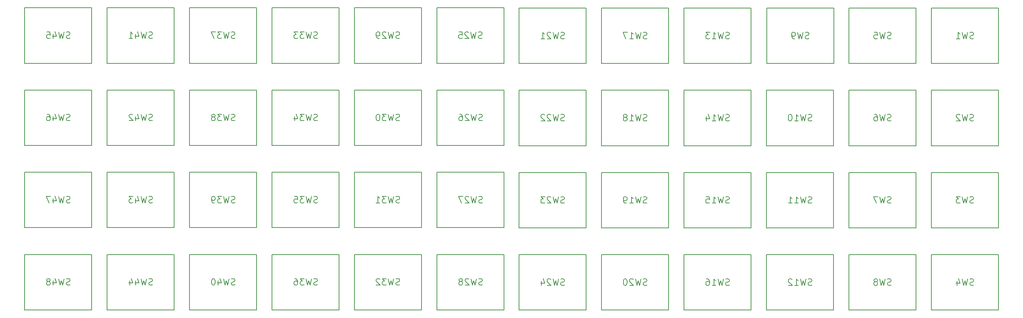
<source format=gbr>
%TF.GenerationSoftware,KiCad,Pcbnew,6.0.8+dfsg-1*%
%TF.CreationDate,2022-10-27T21:27:42-03:00*%
%TF.ProjectId,Calebe94,43616c65-6265-4393-942e-6b696361645f,rev?*%
%TF.SameCoordinates,Original*%
%TF.FileFunction,Legend,Bot*%
%TF.FilePolarity,Positive*%
%FSLAX46Y46*%
G04 Gerber Fmt 4.6, Leading zero omitted, Abs format (unit mm)*
G04 Created by KiCad (PCBNEW 6.0.8+dfsg-1) date 2022-10-27 21:27:42*
%MOMM*%
%LPD*%
G01*
G04 APERTURE LIST*
%ADD10C,0.200000*%
%ADD11C,0.150000*%
G04 APERTURE END LIST*
D10*
%TO.C,SW22*%
X166114285Y-84657142D02*
X165900000Y-84728571D01*
X165542857Y-84728571D01*
X165400000Y-84657142D01*
X165328571Y-84585714D01*
X165257142Y-84442857D01*
X165257142Y-84300000D01*
X165328571Y-84157142D01*
X165400000Y-84085714D01*
X165542857Y-84014285D01*
X165828571Y-83942857D01*
X165971428Y-83871428D01*
X166042857Y-83800000D01*
X166114285Y-83657142D01*
X166114285Y-83514285D01*
X166042857Y-83371428D01*
X165971428Y-83300000D01*
X165828571Y-83228571D01*
X165471428Y-83228571D01*
X165257142Y-83300000D01*
X164757142Y-83228571D02*
X164400000Y-84728571D01*
X164114285Y-83657142D01*
X163828571Y-84728571D01*
X163471428Y-83228571D01*
X162971428Y-83371428D02*
X162900000Y-83300000D01*
X162757142Y-83228571D01*
X162400000Y-83228571D01*
X162257142Y-83300000D01*
X162185714Y-83371428D01*
X162114285Y-83514285D01*
X162114285Y-83657142D01*
X162185714Y-83871428D01*
X163042857Y-84728571D01*
X162114285Y-84728571D01*
X161542857Y-83371428D02*
X161471428Y-83300000D01*
X161328571Y-83228571D01*
X160971428Y-83228571D01*
X160828571Y-83300000D01*
X160757142Y-83371428D01*
X160685714Y-83514285D01*
X160685714Y-83657142D01*
X160757142Y-83871428D01*
X161614285Y-84728571D01*
X160685714Y-84728571D01*
%TO.C,SW40*%
X90014285Y-122607142D02*
X89800000Y-122678571D01*
X89442857Y-122678571D01*
X89300000Y-122607142D01*
X89228571Y-122535714D01*
X89157142Y-122392857D01*
X89157142Y-122250000D01*
X89228571Y-122107142D01*
X89300000Y-122035714D01*
X89442857Y-121964285D01*
X89728571Y-121892857D01*
X89871428Y-121821428D01*
X89942857Y-121750000D01*
X90014285Y-121607142D01*
X90014285Y-121464285D01*
X89942857Y-121321428D01*
X89871428Y-121250000D01*
X89728571Y-121178571D01*
X89371428Y-121178571D01*
X89157142Y-121250000D01*
X88657142Y-121178571D02*
X88300000Y-122678571D01*
X88014285Y-121607142D01*
X87728571Y-122678571D01*
X87371428Y-121178571D01*
X86157142Y-121678571D02*
X86157142Y-122678571D01*
X86514285Y-121107142D02*
X86871428Y-122178571D01*
X85942857Y-122178571D01*
X85085714Y-121178571D02*
X84942857Y-121178571D01*
X84800000Y-121250000D01*
X84728571Y-121321428D01*
X84657142Y-121464285D01*
X84585714Y-121750000D01*
X84585714Y-122107142D01*
X84657142Y-122392857D01*
X84728571Y-122535714D01*
X84800000Y-122607142D01*
X84942857Y-122678571D01*
X85085714Y-122678571D01*
X85228571Y-122607142D01*
X85300000Y-122535714D01*
X85371428Y-122392857D01*
X85442857Y-122107142D01*
X85442857Y-121750000D01*
X85371428Y-121464285D01*
X85300000Y-121321428D01*
X85228571Y-121250000D01*
X85085714Y-121178571D01*
%TO.C,SW11*%
X223264285Y-103657142D02*
X223050000Y-103728571D01*
X222692857Y-103728571D01*
X222550000Y-103657142D01*
X222478571Y-103585714D01*
X222407142Y-103442857D01*
X222407142Y-103300000D01*
X222478571Y-103157142D01*
X222550000Y-103085714D01*
X222692857Y-103014285D01*
X222978571Y-102942857D01*
X223121428Y-102871428D01*
X223192857Y-102800000D01*
X223264285Y-102657142D01*
X223264285Y-102514285D01*
X223192857Y-102371428D01*
X223121428Y-102300000D01*
X222978571Y-102228571D01*
X222621428Y-102228571D01*
X222407142Y-102300000D01*
X221907142Y-102228571D02*
X221550000Y-103728571D01*
X221264285Y-102657142D01*
X220978571Y-103728571D01*
X220621428Y-102228571D01*
X219264285Y-103728571D02*
X220121428Y-103728571D01*
X219692857Y-103728571D02*
X219692857Y-102228571D01*
X219835714Y-102442857D01*
X219978571Y-102585714D01*
X220121428Y-102657142D01*
X217835714Y-103728571D02*
X218692857Y-103728571D01*
X218264285Y-103728571D02*
X218264285Y-102228571D01*
X218407142Y-102442857D01*
X218550000Y-102585714D01*
X218692857Y-102657142D01*
%TO.C,SW37*%
X90014285Y-65607142D02*
X89800000Y-65678571D01*
X89442857Y-65678571D01*
X89300000Y-65607142D01*
X89228571Y-65535714D01*
X89157142Y-65392857D01*
X89157142Y-65250000D01*
X89228571Y-65107142D01*
X89300000Y-65035714D01*
X89442857Y-64964285D01*
X89728571Y-64892857D01*
X89871428Y-64821428D01*
X89942857Y-64750000D01*
X90014285Y-64607142D01*
X90014285Y-64464285D01*
X89942857Y-64321428D01*
X89871428Y-64250000D01*
X89728571Y-64178571D01*
X89371428Y-64178571D01*
X89157142Y-64250000D01*
X88657142Y-64178571D02*
X88300000Y-65678571D01*
X88014285Y-64607142D01*
X87728571Y-65678571D01*
X87371428Y-64178571D01*
X86942857Y-64178571D02*
X86014285Y-64178571D01*
X86514285Y-64750000D01*
X86300000Y-64750000D01*
X86157142Y-64821428D01*
X86085714Y-64892857D01*
X86014285Y-65035714D01*
X86014285Y-65392857D01*
X86085714Y-65535714D01*
X86157142Y-65607142D01*
X86300000Y-65678571D01*
X86728571Y-65678571D01*
X86871428Y-65607142D01*
X86942857Y-65535714D01*
X85514285Y-64178571D02*
X84514285Y-64178571D01*
X85157142Y-65678571D01*
%TO.C,SW39*%
X90014285Y-103607142D02*
X89800000Y-103678571D01*
X89442857Y-103678571D01*
X89300000Y-103607142D01*
X89228571Y-103535714D01*
X89157142Y-103392857D01*
X89157142Y-103250000D01*
X89228571Y-103107142D01*
X89300000Y-103035714D01*
X89442857Y-102964285D01*
X89728571Y-102892857D01*
X89871428Y-102821428D01*
X89942857Y-102750000D01*
X90014285Y-102607142D01*
X90014285Y-102464285D01*
X89942857Y-102321428D01*
X89871428Y-102250000D01*
X89728571Y-102178571D01*
X89371428Y-102178571D01*
X89157142Y-102250000D01*
X88657142Y-102178571D02*
X88300000Y-103678571D01*
X88014285Y-102607142D01*
X87728571Y-103678571D01*
X87371428Y-102178571D01*
X86942857Y-102178571D02*
X86014285Y-102178571D01*
X86514285Y-102750000D01*
X86300000Y-102750000D01*
X86157142Y-102821428D01*
X86085714Y-102892857D01*
X86014285Y-103035714D01*
X86014285Y-103392857D01*
X86085714Y-103535714D01*
X86157142Y-103607142D01*
X86300000Y-103678571D01*
X86728571Y-103678571D01*
X86871428Y-103607142D01*
X86942857Y-103535714D01*
X85300000Y-103678571D02*
X85014285Y-103678571D01*
X84871428Y-103607142D01*
X84800000Y-103535714D01*
X84657142Y-103321428D01*
X84585714Y-103035714D01*
X84585714Y-102464285D01*
X84657142Y-102321428D01*
X84728571Y-102250000D01*
X84871428Y-102178571D01*
X85157142Y-102178571D01*
X85300000Y-102250000D01*
X85371428Y-102321428D01*
X85442857Y-102464285D01*
X85442857Y-102821428D01*
X85371428Y-102964285D01*
X85300000Y-103035714D01*
X85157142Y-103107142D01*
X84871428Y-103107142D01*
X84728571Y-103035714D01*
X84657142Y-102964285D01*
X84585714Y-102821428D01*
%TO.C,SW35*%
X109064285Y-103607142D02*
X108850000Y-103678571D01*
X108492857Y-103678571D01*
X108350000Y-103607142D01*
X108278571Y-103535714D01*
X108207142Y-103392857D01*
X108207142Y-103250000D01*
X108278571Y-103107142D01*
X108350000Y-103035714D01*
X108492857Y-102964285D01*
X108778571Y-102892857D01*
X108921428Y-102821428D01*
X108992857Y-102750000D01*
X109064285Y-102607142D01*
X109064285Y-102464285D01*
X108992857Y-102321428D01*
X108921428Y-102250000D01*
X108778571Y-102178571D01*
X108421428Y-102178571D01*
X108207142Y-102250000D01*
X107707142Y-102178571D02*
X107350000Y-103678571D01*
X107064285Y-102607142D01*
X106778571Y-103678571D01*
X106421428Y-102178571D01*
X105992857Y-102178571D02*
X105064285Y-102178571D01*
X105564285Y-102750000D01*
X105350000Y-102750000D01*
X105207142Y-102821428D01*
X105135714Y-102892857D01*
X105064285Y-103035714D01*
X105064285Y-103392857D01*
X105135714Y-103535714D01*
X105207142Y-103607142D01*
X105350000Y-103678571D01*
X105778571Y-103678571D01*
X105921428Y-103607142D01*
X105992857Y-103535714D01*
X103707142Y-102178571D02*
X104421428Y-102178571D01*
X104492857Y-102892857D01*
X104421428Y-102821428D01*
X104278571Y-102750000D01*
X103921428Y-102750000D01*
X103778571Y-102821428D01*
X103707142Y-102892857D01*
X103635714Y-103035714D01*
X103635714Y-103392857D01*
X103707142Y-103535714D01*
X103778571Y-103607142D01*
X103921428Y-103678571D01*
X104278571Y-103678571D01*
X104421428Y-103607142D01*
X104492857Y-103535714D01*
%TO.C,SW19*%
X185164285Y-103657142D02*
X184950000Y-103728571D01*
X184592857Y-103728571D01*
X184450000Y-103657142D01*
X184378571Y-103585714D01*
X184307142Y-103442857D01*
X184307142Y-103300000D01*
X184378571Y-103157142D01*
X184450000Y-103085714D01*
X184592857Y-103014285D01*
X184878571Y-102942857D01*
X185021428Y-102871428D01*
X185092857Y-102800000D01*
X185164285Y-102657142D01*
X185164285Y-102514285D01*
X185092857Y-102371428D01*
X185021428Y-102300000D01*
X184878571Y-102228571D01*
X184521428Y-102228571D01*
X184307142Y-102300000D01*
X183807142Y-102228571D02*
X183450000Y-103728571D01*
X183164285Y-102657142D01*
X182878571Y-103728571D01*
X182521428Y-102228571D01*
X181164285Y-103728571D02*
X182021428Y-103728571D01*
X181592857Y-103728571D02*
X181592857Y-102228571D01*
X181735714Y-102442857D01*
X181878571Y-102585714D01*
X182021428Y-102657142D01*
X180450000Y-103728571D02*
X180164285Y-103728571D01*
X180021428Y-103657142D01*
X179950000Y-103585714D01*
X179807142Y-103371428D01*
X179735714Y-103085714D01*
X179735714Y-102514285D01*
X179807142Y-102371428D01*
X179878571Y-102300000D01*
X180021428Y-102228571D01*
X180307142Y-102228571D01*
X180450000Y-102300000D01*
X180521428Y-102371428D01*
X180592857Y-102514285D01*
X180592857Y-102871428D01*
X180521428Y-103014285D01*
X180450000Y-103085714D01*
X180307142Y-103157142D01*
X180021428Y-103157142D01*
X179878571Y-103085714D01*
X179807142Y-103014285D01*
X179735714Y-102871428D01*
%TO.C,SW20*%
X185164285Y-122657142D02*
X184950000Y-122728571D01*
X184592857Y-122728571D01*
X184450000Y-122657142D01*
X184378571Y-122585714D01*
X184307142Y-122442857D01*
X184307142Y-122300000D01*
X184378571Y-122157142D01*
X184450000Y-122085714D01*
X184592857Y-122014285D01*
X184878571Y-121942857D01*
X185021428Y-121871428D01*
X185092857Y-121800000D01*
X185164285Y-121657142D01*
X185164285Y-121514285D01*
X185092857Y-121371428D01*
X185021428Y-121300000D01*
X184878571Y-121228571D01*
X184521428Y-121228571D01*
X184307142Y-121300000D01*
X183807142Y-121228571D02*
X183450000Y-122728571D01*
X183164285Y-121657142D01*
X182878571Y-122728571D01*
X182521428Y-121228571D01*
X182021428Y-121371428D02*
X181950000Y-121300000D01*
X181807142Y-121228571D01*
X181450000Y-121228571D01*
X181307142Y-121300000D01*
X181235714Y-121371428D01*
X181164285Y-121514285D01*
X181164285Y-121657142D01*
X181235714Y-121871428D01*
X182092857Y-122728571D01*
X181164285Y-122728571D01*
X180235714Y-121228571D02*
X180092857Y-121228571D01*
X179950000Y-121300000D01*
X179878571Y-121371428D01*
X179807142Y-121514285D01*
X179735714Y-121800000D01*
X179735714Y-122157142D01*
X179807142Y-122442857D01*
X179878571Y-122585714D01*
X179950000Y-122657142D01*
X180092857Y-122728571D01*
X180235714Y-122728571D01*
X180378571Y-122657142D01*
X180450000Y-122585714D01*
X180521428Y-122442857D01*
X180592857Y-122157142D01*
X180592857Y-121800000D01*
X180521428Y-121514285D01*
X180450000Y-121371428D01*
X180378571Y-121300000D01*
X180235714Y-121228571D01*
%TO.C,SW10*%
X223264285Y-84657142D02*
X223050000Y-84728571D01*
X222692857Y-84728571D01*
X222550000Y-84657142D01*
X222478571Y-84585714D01*
X222407142Y-84442857D01*
X222407142Y-84300000D01*
X222478571Y-84157142D01*
X222550000Y-84085714D01*
X222692857Y-84014285D01*
X222978571Y-83942857D01*
X223121428Y-83871428D01*
X223192857Y-83800000D01*
X223264285Y-83657142D01*
X223264285Y-83514285D01*
X223192857Y-83371428D01*
X223121428Y-83300000D01*
X222978571Y-83228571D01*
X222621428Y-83228571D01*
X222407142Y-83300000D01*
X221907142Y-83228571D02*
X221550000Y-84728571D01*
X221264285Y-83657142D01*
X220978571Y-84728571D01*
X220621428Y-83228571D01*
X219264285Y-84728571D02*
X220121428Y-84728571D01*
X219692857Y-84728571D02*
X219692857Y-83228571D01*
X219835714Y-83442857D01*
X219978571Y-83585714D01*
X220121428Y-83657142D01*
X218335714Y-83228571D02*
X218192857Y-83228571D01*
X218050000Y-83300000D01*
X217978571Y-83371428D01*
X217907142Y-83514285D01*
X217835714Y-83800000D01*
X217835714Y-84157142D01*
X217907142Y-84442857D01*
X217978571Y-84585714D01*
X218050000Y-84657142D01*
X218192857Y-84728571D01*
X218335714Y-84728571D01*
X218478571Y-84657142D01*
X218550000Y-84585714D01*
X218621428Y-84442857D01*
X218692857Y-84157142D01*
X218692857Y-83800000D01*
X218621428Y-83514285D01*
X218550000Y-83371428D01*
X218478571Y-83300000D01*
X218335714Y-83228571D01*
%TO.C,SW5*%
X241600000Y-65657142D02*
X241385714Y-65728571D01*
X241028571Y-65728571D01*
X240885714Y-65657142D01*
X240814285Y-65585714D01*
X240742857Y-65442857D01*
X240742857Y-65300000D01*
X240814285Y-65157142D01*
X240885714Y-65085714D01*
X241028571Y-65014285D01*
X241314285Y-64942857D01*
X241457142Y-64871428D01*
X241528571Y-64800000D01*
X241600000Y-64657142D01*
X241600000Y-64514285D01*
X241528571Y-64371428D01*
X241457142Y-64300000D01*
X241314285Y-64228571D01*
X240957142Y-64228571D01*
X240742857Y-64300000D01*
X240242857Y-64228571D02*
X239885714Y-65728571D01*
X239600000Y-64657142D01*
X239314285Y-65728571D01*
X238957142Y-64228571D01*
X237671428Y-64228571D02*
X238385714Y-64228571D01*
X238457142Y-64942857D01*
X238385714Y-64871428D01*
X238242857Y-64800000D01*
X237885714Y-64800000D01*
X237742857Y-64871428D01*
X237671428Y-64942857D01*
X237600000Y-65085714D01*
X237600000Y-65442857D01*
X237671428Y-65585714D01*
X237742857Y-65657142D01*
X237885714Y-65728571D01*
X238242857Y-65728571D01*
X238385714Y-65657142D01*
X238457142Y-65585714D01*
%TO.C,SW4*%
X260650000Y-122657142D02*
X260435714Y-122728571D01*
X260078571Y-122728571D01*
X259935714Y-122657142D01*
X259864285Y-122585714D01*
X259792857Y-122442857D01*
X259792857Y-122300000D01*
X259864285Y-122157142D01*
X259935714Y-122085714D01*
X260078571Y-122014285D01*
X260364285Y-121942857D01*
X260507142Y-121871428D01*
X260578571Y-121800000D01*
X260650000Y-121657142D01*
X260650000Y-121514285D01*
X260578571Y-121371428D01*
X260507142Y-121300000D01*
X260364285Y-121228571D01*
X260007142Y-121228571D01*
X259792857Y-121300000D01*
X259292857Y-121228571D02*
X258935714Y-122728571D01*
X258650000Y-121657142D01*
X258364285Y-122728571D01*
X258007142Y-121228571D01*
X256792857Y-121728571D02*
X256792857Y-122728571D01*
X257150000Y-121157142D02*
X257507142Y-122228571D01*
X256578571Y-122228571D01*
%TO.C,SW36*%
X109064285Y-122607142D02*
X108850000Y-122678571D01*
X108492857Y-122678571D01*
X108350000Y-122607142D01*
X108278571Y-122535714D01*
X108207142Y-122392857D01*
X108207142Y-122250000D01*
X108278571Y-122107142D01*
X108350000Y-122035714D01*
X108492857Y-121964285D01*
X108778571Y-121892857D01*
X108921428Y-121821428D01*
X108992857Y-121750000D01*
X109064285Y-121607142D01*
X109064285Y-121464285D01*
X108992857Y-121321428D01*
X108921428Y-121250000D01*
X108778571Y-121178571D01*
X108421428Y-121178571D01*
X108207142Y-121250000D01*
X107707142Y-121178571D02*
X107350000Y-122678571D01*
X107064285Y-121607142D01*
X106778571Y-122678571D01*
X106421428Y-121178571D01*
X105992857Y-121178571D02*
X105064285Y-121178571D01*
X105564285Y-121750000D01*
X105350000Y-121750000D01*
X105207142Y-121821428D01*
X105135714Y-121892857D01*
X105064285Y-122035714D01*
X105064285Y-122392857D01*
X105135714Y-122535714D01*
X105207142Y-122607142D01*
X105350000Y-122678571D01*
X105778571Y-122678571D01*
X105921428Y-122607142D01*
X105992857Y-122535714D01*
X103778571Y-121178571D02*
X104064285Y-121178571D01*
X104207142Y-121250000D01*
X104278571Y-121321428D01*
X104421428Y-121535714D01*
X104492857Y-121821428D01*
X104492857Y-122392857D01*
X104421428Y-122535714D01*
X104350000Y-122607142D01*
X104207142Y-122678571D01*
X103921428Y-122678571D01*
X103778571Y-122607142D01*
X103707142Y-122535714D01*
X103635714Y-122392857D01*
X103635714Y-122035714D01*
X103707142Y-121892857D01*
X103778571Y-121821428D01*
X103921428Y-121750000D01*
X104207142Y-121750000D01*
X104350000Y-121821428D01*
X104421428Y-121892857D01*
X104492857Y-122035714D01*
%TO.C,SW38*%
X90014285Y-84607142D02*
X89800000Y-84678571D01*
X89442857Y-84678571D01*
X89300000Y-84607142D01*
X89228571Y-84535714D01*
X89157142Y-84392857D01*
X89157142Y-84250000D01*
X89228571Y-84107142D01*
X89300000Y-84035714D01*
X89442857Y-83964285D01*
X89728571Y-83892857D01*
X89871428Y-83821428D01*
X89942857Y-83750000D01*
X90014285Y-83607142D01*
X90014285Y-83464285D01*
X89942857Y-83321428D01*
X89871428Y-83250000D01*
X89728571Y-83178571D01*
X89371428Y-83178571D01*
X89157142Y-83250000D01*
X88657142Y-83178571D02*
X88300000Y-84678571D01*
X88014285Y-83607142D01*
X87728571Y-84678571D01*
X87371428Y-83178571D01*
X86942857Y-83178571D02*
X86014285Y-83178571D01*
X86514285Y-83750000D01*
X86300000Y-83750000D01*
X86157142Y-83821428D01*
X86085714Y-83892857D01*
X86014285Y-84035714D01*
X86014285Y-84392857D01*
X86085714Y-84535714D01*
X86157142Y-84607142D01*
X86300000Y-84678571D01*
X86728571Y-84678571D01*
X86871428Y-84607142D01*
X86942857Y-84535714D01*
X85157142Y-83821428D02*
X85300000Y-83750000D01*
X85371428Y-83678571D01*
X85442857Y-83535714D01*
X85442857Y-83464285D01*
X85371428Y-83321428D01*
X85300000Y-83250000D01*
X85157142Y-83178571D01*
X84871428Y-83178571D01*
X84728571Y-83250000D01*
X84657142Y-83321428D01*
X84585714Y-83464285D01*
X84585714Y-83535714D01*
X84657142Y-83678571D01*
X84728571Y-83750000D01*
X84871428Y-83821428D01*
X85157142Y-83821428D01*
X85300000Y-83892857D01*
X85371428Y-83964285D01*
X85442857Y-84107142D01*
X85442857Y-84392857D01*
X85371428Y-84535714D01*
X85300000Y-84607142D01*
X85157142Y-84678571D01*
X84871428Y-84678571D01*
X84728571Y-84607142D01*
X84657142Y-84535714D01*
X84585714Y-84392857D01*
X84585714Y-84107142D01*
X84657142Y-83964285D01*
X84728571Y-83892857D01*
X84871428Y-83821428D01*
%TO.C,SW48*%
X51914285Y-122607142D02*
X51700000Y-122678571D01*
X51342857Y-122678571D01*
X51200000Y-122607142D01*
X51128571Y-122535714D01*
X51057142Y-122392857D01*
X51057142Y-122250000D01*
X51128571Y-122107142D01*
X51200000Y-122035714D01*
X51342857Y-121964285D01*
X51628571Y-121892857D01*
X51771428Y-121821428D01*
X51842857Y-121750000D01*
X51914285Y-121607142D01*
X51914285Y-121464285D01*
X51842857Y-121321428D01*
X51771428Y-121250000D01*
X51628571Y-121178571D01*
X51271428Y-121178571D01*
X51057142Y-121250000D01*
X50557142Y-121178571D02*
X50200000Y-122678571D01*
X49914285Y-121607142D01*
X49628571Y-122678571D01*
X49271428Y-121178571D01*
X48057142Y-121678571D02*
X48057142Y-122678571D01*
X48414285Y-121107142D02*
X48771428Y-122178571D01*
X47842857Y-122178571D01*
X47057142Y-121821428D02*
X47200000Y-121750000D01*
X47271428Y-121678571D01*
X47342857Y-121535714D01*
X47342857Y-121464285D01*
X47271428Y-121321428D01*
X47200000Y-121250000D01*
X47057142Y-121178571D01*
X46771428Y-121178571D01*
X46628571Y-121250000D01*
X46557142Y-121321428D01*
X46485714Y-121464285D01*
X46485714Y-121535714D01*
X46557142Y-121678571D01*
X46628571Y-121750000D01*
X46771428Y-121821428D01*
X47057142Y-121821428D01*
X47200000Y-121892857D01*
X47271428Y-121964285D01*
X47342857Y-122107142D01*
X47342857Y-122392857D01*
X47271428Y-122535714D01*
X47200000Y-122607142D01*
X47057142Y-122678571D01*
X46771428Y-122678571D01*
X46628571Y-122607142D01*
X46557142Y-122535714D01*
X46485714Y-122392857D01*
X46485714Y-122107142D01*
X46557142Y-121964285D01*
X46628571Y-121892857D01*
X46771428Y-121821428D01*
%TO.C,SW33*%
X109064285Y-65607142D02*
X108850000Y-65678571D01*
X108492857Y-65678571D01*
X108350000Y-65607142D01*
X108278571Y-65535714D01*
X108207142Y-65392857D01*
X108207142Y-65250000D01*
X108278571Y-65107142D01*
X108350000Y-65035714D01*
X108492857Y-64964285D01*
X108778571Y-64892857D01*
X108921428Y-64821428D01*
X108992857Y-64750000D01*
X109064285Y-64607142D01*
X109064285Y-64464285D01*
X108992857Y-64321428D01*
X108921428Y-64250000D01*
X108778571Y-64178571D01*
X108421428Y-64178571D01*
X108207142Y-64250000D01*
X107707142Y-64178571D02*
X107350000Y-65678571D01*
X107064285Y-64607142D01*
X106778571Y-65678571D01*
X106421428Y-64178571D01*
X105992857Y-64178571D02*
X105064285Y-64178571D01*
X105564285Y-64750000D01*
X105350000Y-64750000D01*
X105207142Y-64821428D01*
X105135714Y-64892857D01*
X105064285Y-65035714D01*
X105064285Y-65392857D01*
X105135714Y-65535714D01*
X105207142Y-65607142D01*
X105350000Y-65678571D01*
X105778571Y-65678571D01*
X105921428Y-65607142D01*
X105992857Y-65535714D01*
X104564285Y-64178571D02*
X103635714Y-64178571D01*
X104135714Y-64750000D01*
X103921428Y-64750000D01*
X103778571Y-64821428D01*
X103707142Y-64892857D01*
X103635714Y-65035714D01*
X103635714Y-65392857D01*
X103707142Y-65535714D01*
X103778571Y-65607142D01*
X103921428Y-65678571D01*
X104350000Y-65678571D01*
X104492857Y-65607142D01*
X104564285Y-65535714D01*
%TO.C,SW23*%
X166114285Y-103657142D02*
X165900000Y-103728571D01*
X165542857Y-103728571D01*
X165400000Y-103657142D01*
X165328571Y-103585714D01*
X165257142Y-103442857D01*
X165257142Y-103300000D01*
X165328571Y-103157142D01*
X165400000Y-103085714D01*
X165542857Y-103014285D01*
X165828571Y-102942857D01*
X165971428Y-102871428D01*
X166042857Y-102800000D01*
X166114285Y-102657142D01*
X166114285Y-102514285D01*
X166042857Y-102371428D01*
X165971428Y-102300000D01*
X165828571Y-102228571D01*
X165471428Y-102228571D01*
X165257142Y-102300000D01*
X164757142Y-102228571D02*
X164400000Y-103728571D01*
X164114285Y-102657142D01*
X163828571Y-103728571D01*
X163471428Y-102228571D01*
X162971428Y-102371428D02*
X162900000Y-102300000D01*
X162757142Y-102228571D01*
X162400000Y-102228571D01*
X162257142Y-102300000D01*
X162185714Y-102371428D01*
X162114285Y-102514285D01*
X162114285Y-102657142D01*
X162185714Y-102871428D01*
X163042857Y-103728571D01*
X162114285Y-103728571D01*
X161614285Y-102228571D02*
X160685714Y-102228571D01*
X161185714Y-102800000D01*
X160971428Y-102800000D01*
X160828571Y-102871428D01*
X160757142Y-102942857D01*
X160685714Y-103085714D01*
X160685714Y-103442857D01*
X160757142Y-103585714D01*
X160828571Y-103657142D01*
X160971428Y-103728571D01*
X161400000Y-103728571D01*
X161542857Y-103657142D01*
X161614285Y-103585714D01*
%TO.C,SW21*%
X166114285Y-65657142D02*
X165900000Y-65728571D01*
X165542857Y-65728571D01*
X165400000Y-65657142D01*
X165328571Y-65585714D01*
X165257142Y-65442857D01*
X165257142Y-65300000D01*
X165328571Y-65157142D01*
X165400000Y-65085714D01*
X165542857Y-65014285D01*
X165828571Y-64942857D01*
X165971428Y-64871428D01*
X166042857Y-64800000D01*
X166114285Y-64657142D01*
X166114285Y-64514285D01*
X166042857Y-64371428D01*
X165971428Y-64300000D01*
X165828571Y-64228571D01*
X165471428Y-64228571D01*
X165257142Y-64300000D01*
X164757142Y-64228571D02*
X164400000Y-65728571D01*
X164114285Y-64657142D01*
X163828571Y-65728571D01*
X163471428Y-64228571D01*
X162971428Y-64371428D02*
X162900000Y-64300000D01*
X162757142Y-64228571D01*
X162400000Y-64228571D01*
X162257142Y-64300000D01*
X162185714Y-64371428D01*
X162114285Y-64514285D01*
X162114285Y-64657142D01*
X162185714Y-64871428D01*
X163042857Y-65728571D01*
X162114285Y-65728571D01*
X160685714Y-65728571D02*
X161542857Y-65728571D01*
X161114285Y-65728571D02*
X161114285Y-64228571D01*
X161257142Y-64442857D01*
X161400000Y-64585714D01*
X161542857Y-64657142D01*
%TO.C,SW18*%
X185164285Y-84657142D02*
X184950000Y-84728571D01*
X184592857Y-84728571D01*
X184450000Y-84657142D01*
X184378571Y-84585714D01*
X184307142Y-84442857D01*
X184307142Y-84300000D01*
X184378571Y-84157142D01*
X184450000Y-84085714D01*
X184592857Y-84014285D01*
X184878571Y-83942857D01*
X185021428Y-83871428D01*
X185092857Y-83800000D01*
X185164285Y-83657142D01*
X185164285Y-83514285D01*
X185092857Y-83371428D01*
X185021428Y-83300000D01*
X184878571Y-83228571D01*
X184521428Y-83228571D01*
X184307142Y-83300000D01*
X183807142Y-83228571D02*
X183450000Y-84728571D01*
X183164285Y-83657142D01*
X182878571Y-84728571D01*
X182521428Y-83228571D01*
X181164285Y-84728571D02*
X182021428Y-84728571D01*
X181592857Y-84728571D02*
X181592857Y-83228571D01*
X181735714Y-83442857D01*
X181878571Y-83585714D01*
X182021428Y-83657142D01*
X180307142Y-83871428D02*
X180450000Y-83800000D01*
X180521428Y-83728571D01*
X180592857Y-83585714D01*
X180592857Y-83514285D01*
X180521428Y-83371428D01*
X180450000Y-83300000D01*
X180307142Y-83228571D01*
X180021428Y-83228571D01*
X179878571Y-83300000D01*
X179807142Y-83371428D01*
X179735714Y-83514285D01*
X179735714Y-83585714D01*
X179807142Y-83728571D01*
X179878571Y-83800000D01*
X180021428Y-83871428D01*
X180307142Y-83871428D01*
X180450000Y-83942857D01*
X180521428Y-84014285D01*
X180592857Y-84157142D01*
X180592857Y-84442857D01*
X180521428Y-84585714D01*
X180450000Y-84657142D01*
X180307142Y-84728571D01*
X180021428Y-84728571D01*
X179878571Y-84657142D01*
X179807142Y-84585714D01*
X179735714Y-84442857D01*
X179735714Y-84157142D01*
X179807142Y-84014285D01*
X179878571Y-83942857D01*
X180021428Y-83871428D01*
%TO.C,SW2*%
X260650000Y-84657142D02*
X260435714Y-84728571D01*
X260078571Y-84728571D01*
X259935714Y-84657142D01*
X259864285Y-84585714D01*
X259792857Y-84442857D01*
X259792857Y-84300000D01*
X259864285Y-84157142D01*
X259935714Y-84085714D01*
X260078571Y-84014285D01*
X260364285Y-83942857D01*
X260507142Y-83871428D01*
X260578571Y-83800000D01*
X260650000Y-83657142D01*
X260650000Y-83514285D01*
X260578571Y-83371428D01*
X260507142Y-83300000D01*
X260364285Y-83228571D01*
X260007142Y-83228571D01*
X259792857Y-83300000D01*
X259292857Y-83228571D02*
X258935714Y-84728571D01*
X258650000Y-83657142D01*
X258364285Y-84728571D01*
X258007142Y-83228571D01*
X257507142Y-83371428D02*
X257435714Y-83300000D01*
X257292857Y-83228571D01*
X256935714Y-83228571D01*
X256792857Y-83300000D01*
X256721428Y-83371428D01*
X256650000Y-83514285D01*
X256650000Y-83657142D01*
X256721428Y-83871428D01*
X257578571Y-84728571D01*
X256650000Y-84728571D01*
%TO.C,SW9*%
X222600000Y-65657142D02*
X222385714Y-65728571D01*
X222028571Y-65728571D01*
X221885714Y-65657142D01*
X221814285Y-65585714D01*
X221742857Y-65442857D01*
X221742857Y-65300000D01*
X221814285Y-65157142D01*
X221885714Y-65085714D01*
X222028571Y-65014285D01*
X222314285Y-64942857D01*
X222457142Y-64871428D01*
X222528571Y-64800000D01*
X222600000Y-64657142D01*
X222600000Y-64514285D01*
X222528571Y-64371428D01*
X222457142Y-64300000D01*
X222314285Y-64228571D01*
X221957142Y-64228571D01*
X221742857Y-64300000D01*
X221242857Y-64228571D02*
X220885714Y-65728571D01*
X220600000Y-64657142D01*
X220314285Y-65728571D01*
X219957142Y-64228571D01*
X219314285Y-65728571D02*
X219028571Y-65728571D01*
X218885714Y-65657142D01*
X218814285Y-65585714D01*
X218671428Y-65371428D01*
X218600000Y-65085714D01*
X218600000Y-64514285D01*
X218671428Y-64371428D01*
X218742857Y-64300000D01*
X218885714Y-64228571D01*
X219171428Y-64228571D01*
X219314285Y-64300000D01*
X219385714Y-64371428D01*
X219457142Y-64514285D01*
X219457142Y-64871428D01*
X219385714Y-65014285D01*
X219314285Y-65085714D01*
X219171428Y-65157142D01*
X218885714Y-65157142D01*
X218742857Y-65085714D01*
X218671428Y-65014285D01*
X218600000Y-64871428D01*
%TO.C,SW12*%
X223264285Y-122657142D02*
X223050000Y-122728571D01*
X222692857Y-122728571D01*
X222550000Y-122657142D01*
X222478571Y-122585714D01*
X222407142Y-122442857D01*
X222407142Y-122300000D01*
X222478571Y-122157142D01*
X222550000Y-122085714D01*
X222692857Y-122014285D01*
X222978571Y-121942857D01*
X223121428Y-121871428D01*
X223192857Y-121800000D01*
X223264285Y-121657142D01*
X223264285Y-121514285D01*
X223192857Y-121371428D01*
X223121428Y-121300000D01*
X222978571Y-121228571D01*
X222621428Y-121228571D01*
X222407142Y-121300000D01*
X221907142Y-121228571D02*
X221550000Y-122728571D01*
X221264285Y-121657142D01*
X220978571Y-122728571D01*
X220621428Y-121228571D01*
X219264285Y-122728571D02*
X220121428Y-122728571D01*
X219692857Y-122728571D02*
X219692857Y-121228571D01*
X219835714Y-121442857D01*
X219978571Y-121585714D01*
X220121428Y-121657142D01*
X218692857Y-121371428D02*
X218621428Y-121300000D01*
X218478571Y-121228571D01*
X218121428Y-121228571D01*
X217978571Y-121300000D01*
X217907142Y-121371428D01*
X217835714Y-121514285D01*
X217835714Y-121657142D01*
X217907142Y-121871428D01*
X218764285Y-122728571D01*
X217835714Y-122728571D01*
%TO.C,SW32*%
X128064285Y-122607142D02*
X127850000Y-122678571D01*
X127492857Y-122678571D01*
X127350000Y-122607142D01*
X127278571Y-122535714D01*
X127207142Y-122392857D01*
X127207142Y-122250000D01*
X127278571Y-122107142D01*
X127350000Y-122035714D01*
X127492857Y-121964285D01*
X127778571Y-121892857D01*
X127921428Y-121821428D01*
X127992857Y-121750000D01*
X128064285Y-121607142D01*
X128064285Y-121464285D01*
X127992857Y-121321428D01*
X127921428Y-121250000D01*
X127778571Y-121178571D01*
X127421428Y-121178571D01*
X127207142Y-121250000D01*
X126707142Y-121178571D02*
X126350000Y-122678571D01*
X126064285Y-121607142D01*
X125778571Y-122678571D01*
X125421428Y-121178571D01*
X124992857Y-121178571D02*
X124064285Y-121178571D01*
X124564285Y-121750000D01*
X124350000Y-121750000D01*
X124207142Y-121821428D01*
X124135714Y-121892857D01*
X124064285Y-122035714D01*
X124064285Y-122392857D01*
X124135714Y-122535714D01*
X124207142Y-122607142D01*
X124350000Y-122678571D01*
X124778571Y-122678571D01*
X124921428Y-122607142D01*
X124992857Y-122535714D01*
X123492857Y-121321428D02*
X123421428Y-121250000D01*
X123278571Y-121178571D01*
X122921428Y-121178571D01*
X122778571Y-121250000D01*
X122707142Y-121321428D01*
X122635714Y-121464285D01*
X122635714Y-121607142D01*
X122707142Y-121821428D01*
X123564285Y-122678571D01*
X122635714Y-122678571D01*
%TO.C,SW47*%
X51914285Y-103607142D02*
X51700000Y-103678571D01*
X51342857Y-103678571D01*
X51200000Y-103607142D01*
X51128571Y-103535714D01*
X51057142Y-103392857D01*
X51057142Y-103250000D01*
X51128571Y-103107142D01*
X51200000Y-103035714D01*
X51342857Y-102964285D01*
X51628571Y-102892857D01*
X51771428Y-102821428D01*
X51842857Y-102750000D01*
X51914285Y-102607142D01*
X51914285Y-102464285D01*
X51842857Y-102321428D01*
X51771428Y-102250000D01*
X51628571Y-102178571D01*
X51271428Y-102178571D01*
X51057142Y-102250000D01*
X50557142Y-102178571D02*
X50200000Y-103678571D01*
X49914285Y-102607142D01*
X49628571Y-103678571D01*
X49271428Y-102178571D01*
X48057142Y-102678571D02*
X48057142Y-103678571D01*
X48414285Y-102107142D02*
X48771428Y-103178571D01*
X47842857Y-103178571D01*
X47414285Y-102178571D02*
X46414285Y-102178571D01*
X47057142Y-103678571D01*
%TO.C,SW34*%
X109064285Y-84607142D02*
X108850000Y-84678571D01*
X108492857Y-84678571D01*
X108350000Y-84607142D01*
X108278571Y-84535714D01*
X108207142Y-84392857D01*
X108207142Y-84250000D01*
X108278571Y-84107142D01*
X108350000Y-84035714D01*
X108492857Y-83964285D01*
X108778571Y-83892857D01*
X108921428Y-83821428D01*
X108992857Y-83750000D01*
X109064285Y-83607142D01*
X109064285Y-83464285D01*
X108992857Y-83321428D01*
X108921428Y-83250000D01*
X108778571Y-83178571D01*
X108421428Y-83178571D01*
X108207142Y-83250000D01*
X107707142Y-83178571D02*
X107350000Y-84678571D01*
X107064285Y-83607142D01*
X106778571Y-84678571D01*
X106421428Y-83178571D01*
X105992857Y-83178571D02*
X105064285Y-83178571D01*
X105564285Y-83750000D01*
X105350000Y-83750000D01*
X105207142Y-83821428D01*
X105135714Y-83892857D01*
X105064285Y-84035714D01*
X105064285Y-84392857D01*
X105135714Y-84535714D01*
X105207142Y-84607142D01*
X105350000Y-84678571D01*
X105778571Y-84678571D01*
X105921428Y-84607142D01*
X105992857Y-84535714D01*
X103778571Y-83678571D02*
X103778571Y-84678571D01*
X104135714Y-83107142D02*
X104492857Y-84178571D01*
X103564285Y-84178571D01*
%TO.C,SW41*%
X70964285Y-65607142D02*
X70750000Y-65678571D01*
X70392857Y-65678571D01*
X70250000Y-65607142D01*
X70178571Y-65535714D01*
X70107142Y-65392857D01*
X70107142Y-65250000D01*
X70178571Y-65107142D01*
X70250000Y-65035714D01*
X70392857Y-64964285D01*
X70678571Y-64892857D01*
X70821428Y-64821428D01*
X70892857Y-64750000D01*
X70964285Y-64607142D01*
X70964285Y-64464285D01*
X70892857Y-64321428D01*
X70821428Y-64250000D01*
X70678571Y-64178571D01*
X70321428Y-64178571D01*
X70107142Y-64250000D01*
X69607142Y-64178571D02*
X69250000Y-65678571D01*
X68964285Y-64607142D01*
X68678571Y-65678571D01*
X68321428Y-64178571D01*
X67107142Y-64678571D02*
X67107142Y-65678571D01*
X67464285Y-64107142D02*
X67821428Y-65178571D01*
X66892857Y-65178571D01*
X65535714Y-65678571D02*
X66392857Y-65678571D01*
X65964285Y-65678571D02*
X65964285Y-64178571D01*
X66107142Y-64392857D01*
X66250000Y-64535714D01*
X66392857Y-64607142D01*
%TO.C,SW15*%
X204214285Y-103657142D02*
X204000000Y-103728571D01*
X203642857Y-103728571D01*
X203500000Y-103657142D01*
X203428571Y-103585714D01*
X203357142Y-103442857D01*
X203357142Y-103300000D01*
X203428571Y-103157142D01*
X203500000Y-103085714D01*
X203642857Y-103014285D01*
X203928571Y-102942857D01*
X204071428Y-102871428D01*
X204142857Y-102800000D01*
X204214285Y-102657142D01*
X204214285Y-102514285D01*
X204142857Y-102371428D01*
X204071428Y-102300000D01*
X203928571Y-102228571D01*
X203571428Y-102228571D01*
X203357142Y-102300000D01*
X202857142Y-102228571D02*
X202500000Y-103728571D01*
X202214285Y-102657142D01*
X201928571Y-103728571D01*
X201571428Y-102228571D01*
X200214285Y-103728571D02*
X201071428Y-103728571D01*
X200642857Y-103728571D02*
X200642857Y-102228571D01*
X200785714Y-102442857D01*
X200928571Y-102585714D01*
X201071428Y-102657142D01*
X198857142Y-102228571D02*
X199571428Y-102228571D01*
X199642857Y-102942857D01*
X199571428Y-102871428D01*
X199428571Y-102800000D01*
X199071428Y-102800000D01*
X198928571Y-102871428D01*
X198857142Y-102942857D01*
X198785714Y-103085714D01*
X198785714Y-103442857D01*
X198857142Y-103585714D01*
X198928571Y-103657142D01*
X199071428Y-103728571D01*
X199428571Y-103728571D01*
X199571428Y-103657142D01*
X199642857Y-103585714D01*
%TO.C,SW26*%
X147164285Y-84607142D02*
X146950000Y-84678571D01*
X146592857Y-84678571D01*
X146450000Y-84607142D01*
X146378571Y-84535714D01*
X146307142Y-84392857D01*
X146307142Y-84250000D01*
X146378571Y-84107142D01*
X146450000Y-84035714D01*
X146592857Y-83964285D01*
X146878571Y-83892857D01*
X147021428Y-83821428D01*
X147092857Y-83750000D01*
X147164285Y-83607142D01*
X147164285Y-83464285D01*
X147092857Y-83321428D01*
X147021428Y-83250000D01*
X146878571Y-83178571D01*
X146521428Y-83178571D01*
X146307142Y-83250000D01*
X145807142Y-83178571D02*
X145450000Y-84678571D01*
X145164285Y-83607142D01*
X144878571Y-84678571D01*
X144521428Y-83178571D01*
X144021428Y-83321428D02*
X143950000Y-83250000D01*
X143807142Y-83178571D01*
X143450000Y-83178571D01*
X143307142Y-83250000D01*
X143235714Y-83321428D01*
X143164285Y-83464285D01*
X143164285Y-83607142D01*
X143235714Y-83821428D01*
X144092857Y-84678571D01*
X143164285Y-84678571D01*
X141878571Y-83178571D02*
X142164285Y-83178571D01*
X142307142Y-83250000D01*
X142378571Y-83321428D01*
X142521428Y-83535714D01*
X142592857Y-83821428D01*
X142592857Y-84392857D01*
X142521428Y-84535714D01*
X142450000Y-84607142D01*
X142307142Y-84678571D01*
X142021428Y-84678571D01*
X141878571Y-84607142D01*
X141807142Y-84535714D01*
X141735714Y-84392857D01*
X141735714Y-84035714D01*
X141807142Y-83892857D01*
X141878571Y-83821428D01*
X142021428Y-83750000D01*
X142307142Y-83750000D01*
X142450000Y-83821428D01*
X142521428Y-83892857D01*
X142592857Y-84035714D01*
%TO.C,SW31*%
X128064285Y-103607142D02*
X127850000Y-103678571D01*
X127492857Y-103678571D01*
X127350000Y-103607142D01*
X127278571Y-103535714D01*
X127207142Y-103392857D01*
X127207142Y-103250000D01*
X127278571Y-103107142D01*
X127350000Y-103035714D01*
X127492857Y-102964285D01*
X127778571Y-102892857D01*
X127921428Y-102821428D01*
X127992857Y-102750000D01*
X128064285Y-102607142D01*
X128064285Y-102464285D01*
X127992857Y-102321428D01*
X127921428Y-102250000D01*
X127778571Y-102178571D01*
X127421428Y-102178571D01*
X127207142Y-102250000D01*
X126707142Y-102178571D02*
X126350000Y-103678571D01*
X126064285Y-102607142D01*
X125778571Y-103678571D01*
X125421428Y-102178571D01*
X124992857Y-102178571D02*
X124064285Y-102178571D01*
X124564285Y-102750000D01*
X124350000Y-102750000D01*
X124207142Y-102821428D01*
X124135714Y-102892857D01*
X124064285Y-103035714D01*
X124064285Y-103392857D01*
X124135714Y-103535714D01*
X124207142Y-103607142D01*
X124350000Y-103678571D01*
X124778571Y-103678571D01*
X124921428Y-103607142D01*
X124992857Y-103535714D01*
X122635714Y-103678571D02*
X123492857Y-103678571D01*
X123064285Y-103678571D02*
X123064285Y-102178571D01*
X123207142Y-102392857D01*
X123350000Y-102535714D01*
X123492857Y-102607142D01*
%TO.C,SW27*%
X147164285Y-103607142D02*
X146950000Y-103678571D01*
X146592857Y-103678571D01*
X146450000Y-103607142D01*
X146378571Y-103535714D01*
X146307142Y-103392857D01*
X146307142Y-103250000D01*
X146378571Y-103107142D01*
X146450000Y-103035714D01*
X146592857Y-102964285D01*
X146878571Y-102892857D01*
X147021428Y-102821428D01*
X147092857Y-102750000D01*
X147164285Y-102607142D01*
X147164285Y-102464285D01*
X147092857Y-102321428D01*
X147021428Y-102250000D01*
X146878571Y-102178571D01*
X146521428Y-102178571D01*
X146307142Y-102250000D01*
X145807142Y-102178571D02*
X145450000Y-103678571D01*
X145164285Y-102607142D01*
X144878571Y-103678571D01*
X144521428Y-102178571D01*
X144021428Y-102321428D02*
X143950000Y-102250000D01*
X143807142Y-102178571D01*
X143450000Y-102178571D01*
X143307142Y-102250000D01*
X143235714Y-102321428D01*
X143164285Y-102464285D01*
X143164285Y-102607142D01*
X143235714Y-102821428D01*
X144092857Y-103678571D01*
X143164285Y-103678571D01*
X142664285Y-102178571D02*
X141664285Y-102178571D01*
X142307142Y-103678571D01*
%TO.C,SW6*%
X241600000Y-84657142D02*
X241385714Y-84728571D01*
X241028571Y-84728571D01*
X240885714Y-84657142D01*
X240814285Y-84585714D01*
X240742857Y-84442857D01*
X240742857Y-84300000D01*
X240814285Y-84157142D01*
X240885714Y-84085714D01*
X241028571Y-84014285D01*
X241314285Y-83942857D01*
X241457142Y-83871428D01*
X241528571Y-83800000D01*
X241600000Y-83657142D01*
X241600000Y-83514285D01*
X241528571Y-83371428D01*
X241457142Y-83300000D01*
X241314285Y-83228571D01*
X240957142Y-83228571D01*
X240742857Y-83300000D01*
X240242857Y-83228571D02*
X239885714Y-84728571D01*
X239600000Y-83657142D01*
X239314285Y-84728571D01*
X238957142Y-83228571D01*
X237742857Y-83228571D02*
X238028571Y-83228571D01*
X238171428Y-83300000D01*
X238242857Y-83371428D01*
X238385714Y-83585714D01*
X238457142Y-83871428D01*
X238457142Y-84442857D01*
X238385714Y-84585714D01*
X238314285Y-84657142D01*
X238171428Y-84728571D01*
X237885714Y-84728571D01*
X237742857Y-84657142D01*
X237671428Y-84585714D01*
X237600000Y-84442857D01*
X237600000Y-84085714D01*
X237671428Y-83942857D01*
X237742857Y-83871428D01*
X237885714Y-83800000D01*
X238171428Y-83800000D01*
X238314285Y-83871428D01*
X238385714Y-83942857D01*
X238457142Y-84085714D01*
%TO.C,SW28*%
X147164285Y-122607142D02*
X146950000Y-122678571D01*
X146592857Y-122678571D01*
X146450000Y-122607142D01*
X146378571Y-122535714D01*
X146307142Y-122392857D01*
X146307142Y-122250000D01*
X146378571Y-122107142D01*
X146450000Y-122035714D01*
X146592857Y-121964285D01*
X146878571Y-121892857D01*
X147021428Y-121821428D01*
X147092857Y-121750000D01*
X147164285Y-121607142D01*
X147164285Y-121464285D01*
X147092857Y-121321428D01*
X147021428Y-121250000D01*
X146878571Y-121178571D01*
X146521428Y-121178571D01*
X146307142Y-121250000D01*
X145807142Y-121178571D02*
X145450000Y-122678571D01*
X145164285Y-121607142D01*
X144878571Y-122678571D01*
X144521428Y-121178571D01*
X144021428Y-121321428D02*
X143950000Y-121250000D01*
X143807142Y-121178571D01*
X143450000Y-121178571D01*
X143307142Y-121250000D01*
X143235714Y-121321428D01*
X143164285Y-121464285D01*
X143164285Y-121607142D01*
X143235714Y-121821428D01*
X144092857Y-122678571D01*
X143164285Y-122678571D01*
X142307142Y-121821428D02*
X142450000Y-121750000D01*
X142521428Y-121678571D01*
X142592857Y-121535714D01*
X142592857Y-121464285D01*
X142521428Y-121321428D01*
X142450000Y-121250000D01*
X142307142Y-121178571D01*
X142021428Y-121178571D01*
X141878571Y-121250000D01*
X141807142Y-121321428D01*
X141735714Y-121464285D01*
X141735714Y-121535714D01*
X141807142Y-121678571D01*
X141878571Y-121750000D01*
X142021428Y-121821428D01*
X142307142Y-121821428D01*
X142450000Y-121892857D01*
X142521428Y-121964285D01*
X142592857Y-122107142D01*
X142592857Y-122392857D01*
X142521428Y-122535714D01*
X142450000Y-122607142D01*
X142307142Y-122678571D01*
X142021428Y-122678571D01*
X141878571Y-122607142D01*
X141807142Y-122535714D01*
X141735714Y-122392857D01*
X141735714Y-122107142D01*
X141807142Y-121964285D01*
X141878571Y-121892857D01*
X142021428Y-121821428D01*
%TO.C,SW25*%
X147114285Y-65607142D02*
X146900000Y-65678571D01*
X146542857Y-65678571D01*
X146400000Y-65607142D01*
X146328571Y-65535714D01*
X146257142Y-65392857D01*
X146257142Y-65250000D01*
X146328571Y-65107142D01*
X146400000Y-65035714D01*
X146542857Y-64964285D01*
X146828571Y-64892857D01*
X146971428Y-64821428D01*
X147042857Y-64750000D01*
X147114285Y-64607142D01*
X147114285Y-64464285D01*
X147042857Y-64321428D01*
X146971428Y-64250000D01*
X146828571Y-64178571D01*
X146471428Y-64178571D01*
X146257142Y-64250000D01*
X145757142Y-64178571D02*
X145400000Y-65678571D01*
X145114285Y-64607142D01*
X144828571Y-65678571D01*
X144471428Y-64178571D01*
X143971428Y-64321428D02*
X143900000Y-64250000D01*
X143757142Y-64178571D01*
X143400000Y-64178571D01*
X143257142Y-64250000D01*
X143185714Y-64321428D01*
X143114285Y-64464285D01*
X143114285Y-64607142D01*
X143185714Y-64821428D01*
X144042857Y-65678571D01*
X143114285Y-65678571D01*
X141757142Y-64178571D02*
X142471428Y-64178571D01*
X142542857Y-64892857D01*
X142471428Y-64821428D01*
X142328571Y-64750000D01*
X141971428Y-64750000D01*
X141828571Y-64821428D01*
X141757142Y-64892857D01*
X141685714Y-65035714D01*
X141685714Y-65392857D01*
X141757142Y-65535714D01*
X141828571Y-65607142D01*
X141971428Y-65678571D01*
X142328571Y-65678571D01*
X142471428Y-65607142D01*
X142542857Y-65535714D01*
%TO.C,SW3*%
X260650000Y-103657142D02*
X260435714Y-103728571D01*
X260078571Y-103728571D01*
X259935714Y-103657142D01*
X259864285Y-103585714D01*
X259792857Y-103442857D01*
X259792857Y-103300000D01*
X259864285Y-103157142D01*
X259935714Y-103085714D01*
X260078571Y-103014285D01*
X260364285Y-102942857D01*
X260507142Y-102871428D01*
X260578571Y-102800000D01*
X260650000Y-102657142D01*
X260650000Y-102514285D01*
X260578571Y-102371428D01*
X260507142Y-102300000D01*
X260364285Y-102228571D01*
X260007142Y-102228571D01*
X259792857Y-102300000D01*
X259292857Y-102228571D02*
X258935714Y-103728571D01*
X258650000Y-102657142D01*
X258364285Y-103728571D01*
X258007142Y-102228571D01*
X257578571Y-102228571D02*
X256650000Y-102228571D01*
X257150000Y-102800000D01*
X256935714Y-102800000D01*
X256792857Y-102871428D01*
X256721428Y-102942857D01*
X256650000Y-103085714D01*
X256650000Y-103442857D01*
X256721428Y-103585714D01*
X256792857Y-103657142D01*
X256935714Y-103728571D01*
X257364285Y-103728571D01*
X257507142Y-103657142D01*
X257578571Y-103585714D01*
%TO.C,SW13*%
X204214285Y-65657142D02*
X204000000Y-65728571D01*
X203642857Y-65728571D01*
X203500000Y-65657142D01*
X203428571Y-65585714D01*
X203357142Y-65442857D01*
X203357142Y-65300000D01*
X203428571Y-65157142D01*
X203500000Y-65085714D01*
X203642857Y-65014285D01*
X203928571Y-64942857D01*
X204071428Y-64871428D01*
X204142857Y-64800000D01*
X204214285Y-64657142D01*
X204214285Y-64514285D01*
X204142857Y-64371428D01*
X204071428Y-64300000D01*
X203928571Y-64228571D01*
X203571428Y-64228571D01*
X203357142Y-64300000D01*
X202857142Y-64228571D02*
X202500000Y-65728571D01*
X202214285Y-64657142D01*
X201928571Y-65728571D01*
X201571428Y-64228571D01*
X200214285Y-65728571D02*
X201071428Y-65728571D01*
X200642857Y-65728571D02*
X200642857Y-64228571D01*
X200785714Y-64442857D01*
X200928571Y-64585714D01*
X201071428Y-64657142D01*
X199714285Y-64228571D02*
X198785714Y-64228571D01*
X199285714Y-64800000D01*
X199071428Y-64800000D01*
X198928571Y-64871428D01*
X198857142Y-64942857D01*
X198785714Y-65085714D01*
X198785714Y-65442857D01*
X198857142Y-65585714D01*
X198928571Y-65657142D01*
X199071428Y-65728571D01*
X199500000Y-65728571D01*
X199642857Y-65657142D01*
X199714285Y-65585714D01*
%TO.C,SW45*%
X51914285Y-65607142D02*
X51700000Y-65678571D01*
X51342857Y-65678571D01*
X51200000Y-65607142D01*
X51128571Y-65535714D01*
X51057142Y-65392857D01*
X51057142Y-65250000D01*
X51128571Y-65107142D01*
X51200000Y-65035714D01*
X51342857Y-64964285D01*
X51628571Y-64892857D01*
X51771428Y-64821428D01*
X51842857Y-64750000D01*
X51914285Y-64607142D01*
X51914285Y-64464285D01*
X51842857Y-64321428D01*
X51771428Y-64250000D01*
X51628571Y-64178571D01*
X51271428Y-64178571D01*
X51057142Y-64250000D01*
X50557142Y-64178571D02*
X50200000Y-65678571D01*
X49914285Y-64607142D01*
X49628571Y-65678571D01*
X49271428Y-64178571D01*
X48057142Y-64678571D02*
X48057142Y-65678571D01*
X48414285Y-64107142D02*
X48771428Y-65178571D01*
X47842857Y-65178571D01*
X46557142Y-64178571D02*
X47271428Y-64178571D01*
X47342857Y-64892857D01*
X47271428Y-64821428D01*
X47128571Y-64750000D01*
X46771428Y-64750000D01*
X46628571Y-64821428D01*
X46557142Y-64892857D01*
X46485714Y-65035714D01*
X46485714Y-65392857D01*
X46557142Y-65535714D01*
X46628571Y-65607142D01*
X46771428Y-65678571D01*
X47128571Y-65678571D01*
X47271428Y-65607142D01*
X47342857Y-65535714D01*
%TO.C,SW44*%
X70964285Y-122607142D02*
X70750000Y-122678571D01*
X70392857Y-122678571D01*
X70250000Y-122607142D01*
X70178571Y-122535714D01*
X70107142Y-122392857D01*
X70107142Y-122250000D01*
X70178571Y-122107142D01*
X70250000Y-122035714D01*
X70392857Y-121964285D01*
X70678571Y-121892857D01*
X70821428Y-121821428D01*
X70892857Y-121750000D01*
X70964285Y-121607142D01*
X70964285Y-121464285D01*
X70892857Y-121321428D01*
X70821428Y-121250000D01*
X70678571Y-121178571D01*
X70321428Y-121178571D01*
X70107142Y-121250000D01*
X69607142Y-121178571D02*
X69250000Y-122678571D01*
X68964285Y-121607142D01*
X68678571Y-122678571D01*
X68321428Y-121178571D01*
X67107142Y-121678571D02*
X67107142Y-122678571D01*
X67464285Y-121107142D02*
X67821428Y-122178571D01*
X66892857Y-122178571D01*
X65678571Y-121678571D02*
X65678571Y-122678571D01*
X66035714Y-121107142D02*
X66392857Y-122178571D01*
X65464285Y-122178571D01*
%TO.C,SW8*%
X241600000Y-122657142D02*
X241385714Y-122728571D01*
X241028571Y-122728571D01*
X240885714Y-122657142D01*
X240814285Y-122585714D01*
X240742857Y-122442857D01*
X240742857Y-122300000D01*
X240814285Y-122157142D01*
X240885714Y-122085714D01*
X241028571Y-122014285D01*
X241314285Y-121942857D01*
X241457142Y-121871428D01*
X241528571Y-121800000D01*
X241600000Y-121657142D01*
X241600000Y-121514285D01*
X241528571Y-121371428D01*
X241457142Y-121300000D01*
X241314285Y-121228571D01*
X240957142Y-121228571D01*
X240742857Y-121300000D01*
X240242857Y-121228571D02*
X239885714Y-122728571D01*
X239600000Y-121657142D01*
X239314285Y-122728571D01*
X238957142Y-121228571D01*
X238171428Y-121871428D02*
X238314285Y-121800000D01*
X238385714Y-121728571D01*
X238457142Y-121585714D01*
X238457142Y-121514285D01*
X238385714Y-121371428D01*
X238314285Y-121300000D01*
X238171428Y-121228571D01*
X237885714Y-121228571D01*
X237742857Y-121300000D01*
X237671428Y-121371428D01*
X237600000Y-121514285D01*
X237600000Y-121585714D01*
X237671428Y-121728571D01*
X237742857Y-121800000D01*
X237885714Y-121871428D01*
X238171428Y-121871428D01*
X238314285Y-121942857D01*
X238385714Y-122014285D01*
X238457142Y-122157142D01*
X238457142Y-122442857D01*
X238385714Y-122585714D01*
X238314285Y-122657142D01*
X238171428Y-122728571D01*
X237885714Y-122728571D01*
X237742857Y-122657142D01*
X237671428Y-122585714D01*
X237600000Y-122442857D01*
X237600000Y-122157142D01*
X237671428Y-122014285D01*
X237742857Y-121942857D01*
X237885714Y-121871428D01*
%TO.C,SW30*%
X128064285Y-84607142D02*
X127850000Y-84678571D01*
X127492857Y-84678571D01*
X127350000Y-84607142D01*
X127278571Y-84535714D01*
X127207142Y-84392857D01*
X127207142Y-84250000D01*
X127278571Y-84107142D01*
X127350000Y-84035714D01*
X127492857Y-83964285D01*
X127778571Y-83892857D01*
X127921428Y-83821428D01*
X127992857Y-83750000D01*
X128064285Y-83607142D01*
X128064285Y-83464285D01*
X127992857Y-83321428D01*
X127921428Y-83250000D01*
X127778571Y-83178571D01*
X127421428Y-83178571D01*
X127207142Y-83250000D01*
X126707142Y-83178571D02*
X126350000Y-84678571D01*
X126064285Y-83607142D01*
X125778571Y-84678571D01*
X125421428Y-83178571D01*
X124992857Y-83178571D02*
X124064285Y-83178571D01*
X124564285Y-83750000D01*
X124350000Y-83750000D01*
X124207142Y-83821428D01*
X124135714Y-83892857D01*
X124064285Y-84035714D01*
X124064285Y-84392857D01*
X124135714Y-84535714D01*
X124207142Y-84607142D01*
X124350000Y-84678571D01*
X124778571Y-84678571D01*
X124921428Y-84607142D01*
X124992857Y-84535714D01*
X123135714Y-83178571D02*
X122992857Y-83178571D01*
X122850000Y-83250000D01*
X122778571Y-83321428D01*
X122707142Y-83464285D01*
X122635714Y-83750000D01*
X122635714Y-84107142D01*
X122707142Y-84392857D01*
X122778571Y-84535714D01*
X122850000Y-84607142D01*
X122992857Y-84678571D01*
X123135714Y-84678571D01*
X123278571Y-84607142D01*
X123350000Y-84535714D01*
X123421428Y-84392857D01*
X123492857Y-84107142D01*
X123492857Y-83750000D01*
X123421428Y-83464285D01*
X123350000Y-83321428D01*
X123278571Y-83250000D01*
X123135714Y-83178571D01*
%TO.C,SW7*%
X241600000Y-103657142D02*
X241385714Y-103728571D01*
X241028571Y-103728571D01*
X240885714Y-103657142D01*
X240814285Y-103585714D01*
X240742857Y-103442857D01*
X240742857Y-103300000D01*
X240814285Y-103157142D01*
X240885714Y-103085714D01*
X241028571Y-103014285D01*
X241314285Y-102942857D01*
X241457142Y-102871428D01*
X241528571Y-102800000D01*
X241600000Y-102657142D01*
X241600000Y-102514285D01*
X241528571Y-102371428D01*
X241457142Y-102300000D01*
X241314285Y-102228571D01*
X240957142Y-102228571D01*
X240742857Y-102300000D01*
X240242857Y-102228571D02*
X239885714Y-103728571D01*
X239600000Y-102657142D01*
X239314285Y-103728571D01*
X238957142Y-102228571D01*
X238528571Y-102228571D02*
X237528571Y-102228571D01*
X238171428Y-103728571D01*
%TO.C,SW43*%
X70964285Y-103607142D02*
X70750000Y-103678571D01*
X70392857Y-103678571D01*
X70250000Y-103607142D01*
X70178571Y-103535714D01*
X70107142Y-103392857D01*
X70107142Y-103250000D01*
X70178571Y-103107142D01*
X70250000Y-103035714D01*
X70392857Y-102964285D01*
X70678571Y-102892857D01*
X70821428Y-102821428D01*
X70892857Y-102750000D01*
X70964285Y-102607142D01*
X70964285Y-102464285D01*
X70892857Y-102321428D01*
X70821428Y-102250000D01*
X70678571Y-102178571D01*
X70321428Y-102178571D01*
X70107142Y-102250000D01*
X69607142Y-102178571D02*
X69250000Y-103678571D01*
X68964285Y-102607142D01*
X68678571Y-103678571D01*
X68321428Y-102178571D01*
X67107142Y-102678571D02*
X67107142Y-103678571D01*
X67464285Y-102107142D02*
X67821428Y-103178571D01*
X66892857Y-103178571D01*
X66464285Y-102178571D02*
X65535714Y-102178571D01*
X66035714Y-102750000D01*
X65821428Y-102750000D01*
X65678571Y-102821428D01*
X65607142Y-102892857D01*
X65535714Y-103035714D01*
X65535714Y-103392857D01*
X65607142Y-103535714D01*
X65678571Y-103607142D01*
X65821428Y-103678571D01*
X66250000Y-103678571D01*
X66392857Y-103607142D01*
X66464285Y-103535714D01*
%TO.C,SW46*%
X51914285Y-84607142D02*
X51700000Y-84678571D01*
X51342857Y-84678571D01*
X51200000Y-84607142D01*
X51128571Y-84535714D01*
X51057142Y-84392857D01*
X51057142Y-84250000D01*
X51128571Y-84107142D01*
X51200000Y-84035714D01*
X51342857Y-83964285D01*
X51628571Y-83892857D01*
X51771428Y-83821428D01*
X51842857Y-83750000D01*
X51914285Y-83607142D01*
X51914285Y-83464285D01*
X51842857Y-83321428D01*
X51771428Y-83250000D01*
X51628571Y-83178571D01*
X51271428Y-83178571D01*
X51057142Y-83250000D01*
X50557142Y-83178571D02*
X50200000Y-84678571D01*
X49914285Y-83607142D01*
X49628571Y-84678571D01*
X49271428Y-83178571D01*
X48057142Y-83678571D02*
X48057142Y-84678571D01*
X48414285Y-83107142D02*
X48771428Y-84178571D01*
X47842857Y-84178571D01*
X46628571Y-83178571D02*
X46914285Y-83178571D01*
X47057142Y-83250000D01*
X47128571Y-83321428D01*
X47271428Y-83535714D01*
X47342857Y-83821428D01*
X47342857Y-84392857D01*
X47271428Y-84535714D01*
X47200000Y-84607142D01*
X47057142Y-84678571D01*
X46771428Y-84678571D01*
X46628571Y-84607142D01*
X46557142Y-84535714D01*
X46485714Y-84392857D01*
X46485714Y-84035714D01*
X46557142Y-83892857D01*
X46628571Y-83821428D01*
X46771428Y-83750000D01*
X47057142Y-83750000D01*
X47200000Y-83821428D01*
X47271428Y-83892857D01*
X47342857Y-84035714D01*
%TO.C,SW1*%
X260650000Y-65657142D02*
X260435714Y-65728571D01*
X260078571Y-65728571D01*
X259935714Y-65657142D01*
X259864285Y-65585714D01*
X259792857Y-65442857D01*
X259792857Y-65300000D01*
X259864285Y-65157142D01*
X259935714Y-65085714D01*
X260078571Y-65014285D01*
X260364285Y-64942857D01*
X260507142Y-64871428D01*
X260578571Y-64800000D01*
X260650000Y-64657142D01*
X260650000Y-64514285D01*
X260578571Y-64371428D01*
X260507142Y-64300000D01*
X260364285Y-64228571D01*
X260007142Y-64228571D01*
X259792857Y-64300000D01*
X259292857Y-64228571D02*
X258935714Y-65728571D01*
X258650000Y-64657142D01*
X258364285Y-65728571D01*
X258007142Y-64228571D01*
X256650000Y-65728571D02*
X257507142Y-65728571D01*
X257078571Y-65728571D02*
X257078571Y-64228571D01*
X257221428Y-64442857D01*
X257364285Y-64585714D01*
X257507142Y-64657142D01*
%TO.C,SW14*%
X204214285Y-84657142D02*
X204000000Y-84728571D01*
X203642857Y-84728571D01*
X203500000Y-84657142D01*
X203428571Y-84585714D01*
X203357142Y-84442857D01*
X203357142Y-84300000D01*
X203428571Y-84157142D01*
X203500000Y-84085714D01*
X203642857Y-84014285D01*
X203928571Y-83942857D01*
X204071428Y-83871428D01*
X204142857Y-83800000D01*
X204214285Y-83657142D01*
X204214285Y-83514285D01*
X204142857Y-83371428D01*
X204071428Y-83300000D01*
X203928571Y-83228571D01*
X203571428Y-83228571D01*
X203357142Y-83300000D01*
X202857142Y-83228571D02*
X202500000Y-84728571D01*
X202214285Y-83657142D01*
X201928571Y-84728571D01*
X201571428Y-83228571D01*
X200214285Y-84728571D02*
X201071428Y-84728571D01*
X200642857Y-84728571D02*
X200642857Y-83228571D01*
X200785714Y-83442857D01*
X200928571Y-83585714D01*
X201071428Y-83657142D01*
X198928571Y-83728571D02*
X198928571Y-84728571D01*
X199285714Y-83157142D02*
X199642857Y-84228571D01*
X198714285Y-84228571D01*
%TO.C,SW16*%
X204214285Y-122657142D02*
X204000000Y-122728571D01*
X203642857Y-122728571D01*
X203500000Y-122657142D01*
X203428571Y-122585714D01*
X203357142Y-122442857D01*
X203357142Y-122300000D01*
X203428571Y-122157142D01*
X203500000Y-122085714D01*
X203642857Y-122014285D01*
X203928571Y-121942857D01*
X204071428Y-121871428D01*
X204142857Y-121800000D01*
X204214285Y-121657142D01*
X204214285Y-121514285D01*
X204142857Y-121371428D01*
X204071428Y-121300000D01*
X203928571Y-121228571D01*
X203571428Y-121228571D01*
X203357142Y-121300000D01*
X202857142Y-121228571D02*
X202500000Y-122728571D01*
X202214285Y-121657142D01*
X201928571Y-122728571D01*
X201571428Y-121228571D01*
X200214285Y-122728571D02*
X201071428Y-122728571D01*
X200642857Y-122728571D02*
X200642857Y-121228571D01*
X200785714Y-121442857D01*
X200928571Y-121585714D01*
X201071428Y-121657142D01*
X198928571Y-121228571D02*
X199214285Y-121228571D01*
X199357142Y-121300000D01*
X199428571Y-121371428D01*
X199571428Y-121585714D01*
X199642857Y-121871428D01*
X199642857Y-122442857D01*
X199571428Y-122585714D01*
X199500000Y-122657142D01*
X199357142Y-122728571D01*
X199071428Y-122728571D01*
X198928571Y-122657142D01*
X198857142Y-122585714D01*
X198785714Y-122442857D01*
X198785714Y-122085714D01*
X198857142Y-121942857D01*
X198928571Y-121871428D01*
X199071428Y-121800000D01*
X199357142Y-121800000D01*
X199500000Y-121871428D01*
X199571428Y-121942857D01*
X199642857Y-122085714D01*
%TO.C,SW24*%
X166114285Y-122657142D02*
X165900000Y-122728571D01*
X165542857Y-122728571D01*
X165400000Y-122657142D01*
X165328571Y-122585714D01*
X165257142Y-122442857D01*
X165257142Y-122300000D01*
X165328571Y-122157142D01*
X165400000Y-122085714D01*
X165542857Y-122014285D01*
X165828571Y-121942857D01*
X165971428Y-121871428D01*
X166042857Y-121800000D01*
X166114285Y-121657142D01*
X166114285Y-121514285D01*
X166042857Y-121371428D01*
X165971428Y-121300000D01*
X165828571Y-121228571D01*
X165471428Y-121228571D01*
X165257142Y-121300000D01*
X164757142Y-121228571D02*
X164400000Y-122728571D01*
X164114285Y-121657142D01*
X163828571Y-122728571D01*
X163471428Y-121228571D01*
X162971428Y-121371428D02*
X162900000Y-121300000D01*
X162757142Y-121228571D01*
X162400000Y-121228571D01*
X162257142Y-121300000D01*
X162185714Y-121371428D01*
X162114285Y-121514285D01*
X162114285Y-121657142D01*
X162185714Y-121871428D01*
X163042857Y-122728571D01*
X162114285Y-122728571D01*
X160828571Y-121728571D02*
X160828571Y-122728571D01*
X161185714Y-121157142D02*
X161542857Y-122228571D01*
X160614285Y-122228571D01*
%TO.C,SW17*%
X185164285Y-65657142D02*
X184950000Y-65728571D01*
X184592857Y-65728571D01*
X184450000Y-65657142D01*
X184378571Y-65585714D01*
X184307142Y-65442857D01*
X184307142Y-65300000D01*
X184378571Y-65157142D01*
X184450000Y-65085714D01*
X184592857Y-65014285D01*
X184878571Y-64942857D01*
X185021428Y-64871428D01*
X185092857Y-64800000D01*
X185164285Y-64657142D01*
X185164285Y-64514285D01*
X185092857Y-64371428D01*
X185021428Y-64300000D01*
X184878571Y-64228571D01*
X184521428Y-64228571D01*
X184307142Y-64300000D01*
X183807142Y-64228571D02*
X183450000Y-65728571D01*
X183164285Y-64657142D01*
X182878571Y-65728571D01*
X182521428Y-64228571D01*
X181164285Y-65728571D02*
X182021428Y-65728571D01*
X181592857Y-65728571D02*
X181592857Y-64228571D01*
X181735714Y-64442857D01*
X181878571Y-64585714D01*
X182021428Y-64657142D01*
X180664285Y-64228571D02*
X179664285Y-64228571D01*
X180307142Y-65728571D01*
%TO.C,SW42*%
X70964285Y-84607142D02*
X70750000Y-84678571D01*
X70392857Y-84678571D01*
X70250000Y-84607142D01*
X70178571Y-84535714D01*
X70107142Y-84392857D01*
X70107142Y-84250000D01*
X70178571Y-84107142D01*
X70250000Y-84035714D01*
X70392857Y-83964285D01*
X70678571Y-83892857D01*
X70821428Y-83821428D01*
X70892857Y-83750000D01*
X70964285Y-83607142D01*
X70964285Y-83464285D01*
X70892857Y-83321428D01*
X70821428Y-83250000D01*
X70678571Y-83178571D01*
X70321428Y-83178571D01*
X70107142Y-83250000D01*
X69607142Y-83178571D02*
X69250000Y-84678571D01*
X68964285Y-83607142D01*
X68678571Y-84678571D01*
X68321428Y-83178571D01*
X67107142Y-83678571D02*
X67107142Y-84678571D01*
X67464285Y-83107142D02*
X67821428Y-84178571D01*
X66892857Y-84178571D01*
X66392857Y-83321428D02*
X66321428Y-83250000D01*
X66178571Y-83178571D01*
X65821428Y-83178571D01*
X65678571Y-83250000D01*
X65607142Y-83321428D01*
X65535714Y-83464285D01*
X65535714Y-83607142D01*
X65607142Y-83821428D01*
X66464285Y-84678571D01*
X65535714Y-84678571D01*
%TO.C,SW29*%
X128064285Y-65607142D02*
X127850000Y-65678571D01*
X127492857Y-65678571D01*
X127350000Y-65607142D01*
X127278571Y-65535714D01*
X127207142Y-65392857D01*
X127207142Y-65250000D01*
X127278571Y-65107142D01*
X127350000Y-65035714D01*
X127492857Y-64964285D01*
X127778571Y-64892857D01*
X127921428Y-64821428D01*
X127992857Y-64750000D01*
X128064285Y-64607142D01*
X128064285Y-64464285D01*
X127992857Y-64321428D01*
X127921428Y-64250000D01*
X127778571Y-64178571D01*
X127421428Y-64178571D01*
X127207142Y-64250000D01*
X126707142Y-64178571D02*
X126350000Y-65678571D01*
X126064285Y-64607142D01*
X125778571Y-65678571D01*
X125421428Y-64178571D01*
X124921428Y-64321428D02*
X124850000Y-64250000D01*
X124707142Y-64178571D01*
X124350000Y-64178571D01*
X124207142Y-64250000D01*
X124135714Y-64321428D01*
X124064285Y-64464285D01*
X124064285Y-64607142D01*
X124135714Y-64821428D01*
X124992857Y-65678571D01*
X124064285Y-65678571D01*
X123350000Y-65678571D02*
X123064285Y-65678571D01*
X122921428Y-65607142D01*
X122850000Y-65535714D01*
X122707142Y-65321428D01*
X122635714Y-65035714D01*
X122635714Y-64464285D01*
X122707142Y-64321428D01*
X122778571Y-64250000D01*
X122921428Y-64178571D01*
X123207142Y-64178571D01*
X123350000Y-64250000D01*
X123421428Y-64321428D01*
X123492857Y-64464285D01*
X123492857Y-64821428D01*
X123421428Y-64964285D01*
X123350000Y-65035714D01*
X123207142Y-65107142D01*
X122921428Y-65107142D01*
X122778571Y-65035714D01*
X122707142Y-64964285D01*
X122635714Y-64821428D01*
D11*
%TO.C,SW22*%
X155650000Y-77650000D02*
X171150000Y-77650000D01*
X171150000Y-77650000D02*
X171150000Y-90450000D01*
X155650000Y-77650000D02*
X155650000Y-90450000D01*
X155650000Y-90450000D02*
X171150000Y-90450000D01*
%TO.C,SW40*%
X79550000Y-115600000D02*
X79550000Y-128400000D01*
X95050000Y-115600000D02*
X95050000Y-128400000D01*
X79550000Y-128400000D02*
X95050000Y-128400000D01*
X79550000Y-115600000D02*
X95050000Y-115600000D01*
%TO.C,SW11*%
X212800000Y-109450000D02*
X212800000Y-96650000D01*
X228300000Y-109450000D02*
X228300000Y-96650000D01*
X228300000Y-109450000D02*
X212800000Y-109450000D01*
X228300000Y-96650000D02*
X212800000Y-96650000D01*
%TO.C,SW37*%
X95050000Y-71400000D02*
X95050000Y-58600000D01*
X79550000Y-71400000D02*
X79550000Y-58600000D01*
X95050000Y-58600000D02*
X79550000Y-58600000D01*
X95050000Y-71400000D02*
X79550000Y-71400000D01*
%TO.C,SW39*%
X95050000Y-109400000D02*
X95050000Y-96600000D01*
X95050000Y-109400000D02*
X79550000Y-109400000D01*
X79550000Y-109400000D02*
X79550000Y-96600000D01*
X95050000Y-96600000D02*
X79550000Y-96600000D01*
%TO.C,SW35*%
X114100000Y-109400000D02*
X114100000Y-96600000D01*
X98600000Y-109400000D02*
X98600000Y-96600000D01*
X114100000Y-96600000D02*
X98600000Y-96600000D01*
X114100000Y-109400000D02*
X98600000Y-109400000D01*
%TO.C,SW19*%
X174700000Y-109450000D02*
X174700000Y-96650000D01*
X190200000Y-109450000D02*
X190200000Y-96650000D01*
X190200000Y-96650000D02*
X174700000Y-96650000D01*
X190200000Y-109450000D02*
X174700000Y-109450000D01*
%TO.C,SW20*%
X190200000Y-115650000D02*
X190200000Y-128450000D01*
X174700000Y-115650000D02*
X174700000Y-128450000D01*
X174700000Y-115650000D02*
X190200000Y-115650000D01*
X174700000Y-128450000D02*
X190200000Y-128450000D01*
%TO.C,SW10*%
X212800000Y-90450000D02*
X228300000Y-90450000D01*
X228300000Y-77650000D02*
X228300000Y-90450000D01*
X212800000Y-77650000D02*
X228300000Y-77650000D01*
X212800000Y-77650000D02*
X212800000Y-90450000D01*
%TO.C,SW5*%
X247350000Y-71450000D02*
X231850000Y-71450000D01*
X247350000Y-58650000D02*
X231850000Y-58650000D01*
X231850000Y-71450000D02*
X231850000Y-58650000D01*
X247350000Y-71450000D02*
X247350000Y-58650000D01*
%TO.C,SW4*%
X250900000Y-128450000D02*
X266400000Y-128450000D01*
X250900000Y-115650000D02*
X250900000Y-128450000D01*
X250900000Y-115650000D02*
X266400000Y-115650000D01*
X266400000Y-115650000D02*
X266400000Y-128450000D01*
%TO.C,SW36*%
X98600000Y-115600000D02*
X114100000Y-115600000D01*
X98600000Y-128400000D02*
X114100000Y-128400000D01*
X98600000Y-115600000D02*
X98600000Y-128400000D01*
X114100000Y-115600000D02*
X114100000Y-128400000D01*
%TO.C,SW38*%
X79550000Y-77600000D02*
X95050000Y-77600000D01*
X79550000Y-90400000D02*
X95050000Y-90400000D01*
X79550000Y-77600000D02*
X79550000Y-90400000D01*
X95050000Y-77600000D02*
X95050000Y-90400000D01*
%TO.C,SW48*%
X41450000Y-115600000D02*
X41450000Y-128400000D01*
X41450000Y-128400000D02*
X56950000Y-128400000D01*
X56950000Y-115600000D02*
X56950000Y-128400000D01*
X41450000Y-115600000D02*
X56950000Y-115600000D01*
%TO.C,SW33*%
X114100000Y-71400000D02*
X98600000Y-71400000D01*
X114100000Y-71400000D02*
X114100000Y-58600000D01*
X98600000Y-71400000D02*
X98600000Y-58600000D01*
X114100000Y-58600000D02*
X98600000Y-58600000D01*
%TO.C,SW23*%
X171150000Y-109450000D02*
X155650000Y-109450000D01*
X171150000Y-96650000D02*
X155650000Y-96650000D01*
X171150000Y-109450000D02*
X171150000Y-96650000D01*
X155650000Y-109450000D02*
X155650000Y-96650000D01*
%TO.C,SW21*%
X171150000Y-71450000D02*
X171150000Y-58650000D01*
X171150000Y-58650000D02*
X155650000Y-58650000D01*
X155650000Y-71450000D02*
X155650000Y-58650000D01*
X171150000Y-71450000D02*
X155650000Y-71450000D01*
%TO.C,SW18*%
X174700000Y-77650000D02*
X174700000Y-90450000D01*
X174700000Y-90450000D02*
X190200000Y-90450000D01*
X190200000Y-77650000D02*
X190200000Y-90450000D01*
X174700000Y-77650000D02*
X190200000Y-77650000D01*
%TO.C,SW2*%
X250900000Y-90450000D02*
X266400000Y-90450000D01*
X266400000Y-77650000D02*
X266400000Y-90450000D01*
X250900000Y-77650000D02*
X266400000Y-77650000D01*
X250900000Y-77650000D02*
X250900000Y-90450000D01*
%TO.C,SW9*%
X228350000Y-71450000D02*
X212850000Y-71450000D01*
X228350000Y-71450000D02*
X228350000Y-58650000D01*
X228350000Y-58650000D02*
X212850000Y-58650000D01*
X212850000Y-71450000D02*
X212850000Y-58650000D01*
%TO.C,SW12*%
X212800000Y-115650000D02*
X228300000Y-115650000D01*
X228300000Y-115650000D02*
X228300000Y-128450000D01*
X212800000Y-115650000D02*
X212800000Y-128450000D01*
X212800000Y-128450000D02*
X228300000Y-128450000D01*
%TO.C,SW32*%
X117600000Y-115600000D02*
X117600000Y-128400000D01*
X117600000Y-128400000D02*
X133100000Y-128400000D01*
X133100000Y-115600000D02*
X133100000Y-128400000D01*
X117600000Y-115600000D02*
X133100000Y-115600000D01*
%TO.C,SW47*%
X41450000Y-109400000D02*
X41450000Y-96600000D01*
X56950000Y-109400000D02*
X41450000Y-109400000D01*
X56950000Y-96600000D02*
X41450000Y-96600000D01*
X56950000Y-109400000D02*
X56950000Y-96600000D01*
%TO.C,SW34*%
X114100000Y-77600000D02*
X114100000Y-90400000D01*
X98600000Y-90400000D02*
X114100000Y-90400000D01*
X98600000Y-77600000D02*
X98600000Y-90400000D01*
X98600000Y-77600000D02*
X114100000Y-77600000D01*
%TO.C,SW41*%
X60500000Y-71400000D02*
X60500000Y-58600000D01*
X76000000Y-71400000D02*
X76000000Y-58600000D01*
X76000000Y-58600000D02*
X60500000Y-58600000D01*
X76000000Y-71400000D02*
X60500000Y-71400000D01*
%TO.C,SW15*%
X209250000Y-109450000D02*
X209250000Y-96650000D01*
X209250000Y-96650000D02*
X193750000Y-96650000D01*
X209250000Y-109450000D02*
X193750000Y-109450000D01*
X193750000Y-109450000D02*
X193750000Y-96650000D01*
%TO.C,SW26*%
X136700000Y-77600000D02*
X136700000Y-90400000D01*
X136700000Y-90400000D02*
X152200000Y-90400000D01*
X136700000Y-77600000D02*
X152200000Y-77600000D01*
X152200000Y-77600000D02*
X152200000Y-90400000D01*
%TO.C,SW31*%
X133100000Y-109400000D02*
X133100000Y-96600000D01*
X133100000Y-109400000D02*
X117600000Y-109400000D01*
X133100000Y-96600000D02*
X117600000Y-96600000D01*
X117600000Y-109400000D02*
X117600000Y-96600000D01*
%TO.C,SW27*%
X152200000Y-109400000D02*
X136700000Y-109400000D01*
X152200000Y-109400000D02*
X152200000Y-96600000D01*
X136700000Y-109400000D02*
X136700000Y-96600000D01*
X152200000Y-96600000D02*
X136700000Y-96600000D01*
%TO.C,SW6*%
X231850000Y-90450000D02*
X247350000Y-90450000D01*
X231850000Y-77650000D02*
X247350000Y-77650000D01*
X247350000Y-77650000D02*
X247350000Y-90450000D01*
X231850000Y-77650000D02*
X231850000Y-90450000D01*
%TO.C,SW28*%
X136700000Y-128400000D02*
X152200000Y-128400000D01*
X136700000Y-115600000D02*
X152200000Y-115600000D01*
X152200000Y-115600000D02*
X152200000Y-128400000D01*
X136700000Y-115600000D02*
X136700000Y-128400000D01*
%TO.C,SW25*%
X152150000Y-58600000D02*
X136650000Y-58600000D01*
X136650000Y-71400000D02*
X136650000Y-58600000D01*
X152150000Y-71400000D02*
X152150000Y-58600000D01*
X152150000Y-71400000D02*
X136650000Y-71400000D01*
%TO.C,SW3*%
X266400000Y-96650000D02*
X250900000Y-96650000D01*
X250900000Y-109450000D02*
X250900000Y-96650000D01*
X266400000Y-109450000D02*
X266400000Y-96650000D01*
X266400000Y-109450000D02*
X250900000Y-109450000D01*
%TO.C,SW13*%
X209250000Y-71450000D02*
X193750000Y-71450000D01*
X209250000Y-58650000D02*
X193750000Y-58650000D01*
X209250000Y-71450000D02*
X209250000Y-58650000D01*
X193750000Y-71450000D02*
X193750000Y-58650000D01*
%TO.C,SW45*%
X41450000Y-71400000D02*
X41450000Y-58600000D01*
X56950000Y-71400000D02*
X56950000Y-58600000D01*
X56950000Y-58600000D02*
X41450000Y-58600000D01*
X56950000Y-71400000D02*
X41450000Y-71400000D01*
%TO.C,SW44*%
X60500000Y-115600000D02*
X76000000Y-115600000D01*
X76000000Y-115600000D02*
X76000000Y-128400000D01*
X60500000Y-128400000D02*
X76000000Y-128400000D01*
X60500000Y-115600000D02*
X60500000Y-128400000D01*
%TO.C,SW8*%
X231850000Y-115650000D02*
X247350000Y-115650000D01*
X247350000Y-115650000D02*
X247350000Y-128450000D01*
X231850000Y-128450000D02*
X247350000Y-128450000D01*
X231850000Y-115650000D02*
X231850000Y-128450000D01*
%TO.C,SW30*%
X133100000Y-77600000D02*
X133100000Y-90400000D01*
X117600000Y-77600000D02*
X117600000Y-90400000D01*
X117600000Y-77600000D02*
X133100000Y-77600000D01*
X117600000Y-90400000D02*
X133100000Y-90400000D01*
%TO.C,SW7*%
X231850000Y-109450000D02*
X231850000Y-96650000D01*
X247350000Y-109450000D02*
X231850000Y-109450000D01*
X247350000Y-96650000D02*
X231850000Y-96650000D01*
X247350000Y-109450000D02*
X247350000Y-96650000D01*
%TO.C,SW43*%
X76000000Y-109400000D02*
X60500000Y-109400000D01*
X60500000Y-109400000D02*
X60500000Y-96600000D01*
X76000000Y-96600000D02*
X60500000Y-96600000D01*
X76000000Y-109400000D02*
X76000000Y-96600000D01*
%TO.C,SW46*%
X41450000Y-77600000D02*
X41450000Y-90400000D01*
X56950000Y-77600000D02*
X56950000Y-90400000D01*
X41450000Y-90400000D02*
X56950000Y-90400000D01*
X41450000Y-77600000D02*
X56950000Y-77600000D01*
%TO.C,SW1*%
X266400000Y-71450000D02*
X266400000Y-58650000D01*
X250900000Y-71450000D02*
X250900000Y-58650000D01*
X266400000Y-71450000D02*
X250900000Y-71450000D01*
X266400000Y-58650000D02*
X250900000Y-58650000D01*
%TO.C,SW14*%
X209250000Y-77650000D02*
X209250000Y-90450000D01*
X193750000Y-77650000D02*
X209250000Y-77650000D01*
X193750000Y-90450000D02*
X209250000Y-90450000D01*
X193750000Y-77650000D02*
X193750000Y-90450000D01*
%TO.C,SW16*%
X193750000Y-115650000D02*
X209250000Y-115650000D01*
X193750000Y-115650000D02*
X193750000Y-128450000D01*
X209250000Y-115650000D02*
X209250000Y-128450000D01*
X193750000Y-128450000D02*
X209250000Y-128450000D01*
%TO.C,SW24*%
X171150000Y-115650000D02*
X171150000Y-128450000D01*
X155650000Y-115650000D02*
X171150000Y-115650000D01*
X155650000Y-115650000D02*
X155650000Y-128450000D01*
X155650000Y-128450000D02*
X171150000Y-128450000D01*
%TO.C,SW17*%
X190200000Y-58650000D02*
X174700000Y-58650000D01*
X190200000Y-71450000D02*
X190200000Y-58650000D01*
X190200000Y-71450000D02*
X174700000Y-71450000D01*
X174700000Y-71450000D02*
X174700000Y-58650000D01*
%TO.C,SW42*%
X60500000Y-77600000D02*
X76000000Y-77600000D01*
X60500000Y-90400000D02*
X76000000Y-90400000D01*
X60500000Y-77600000D02*
X60500000Y-90400000D01*
X76000000Y-77600000D02*
X76000000Y-90400000D01*
%TO.C,SW29*%
X117600000Y-71400000D02*
X117600000Y-58600000D01*
X133100000Y-71400000D02*
X117600000Y-71400000D01*
X133100000Y-58600000D02*
X117600000Y-58600000D01*
X133100000Y-71400000D02*
X133100000Y-58600000D01*
%TD*%
M02*

</source>
